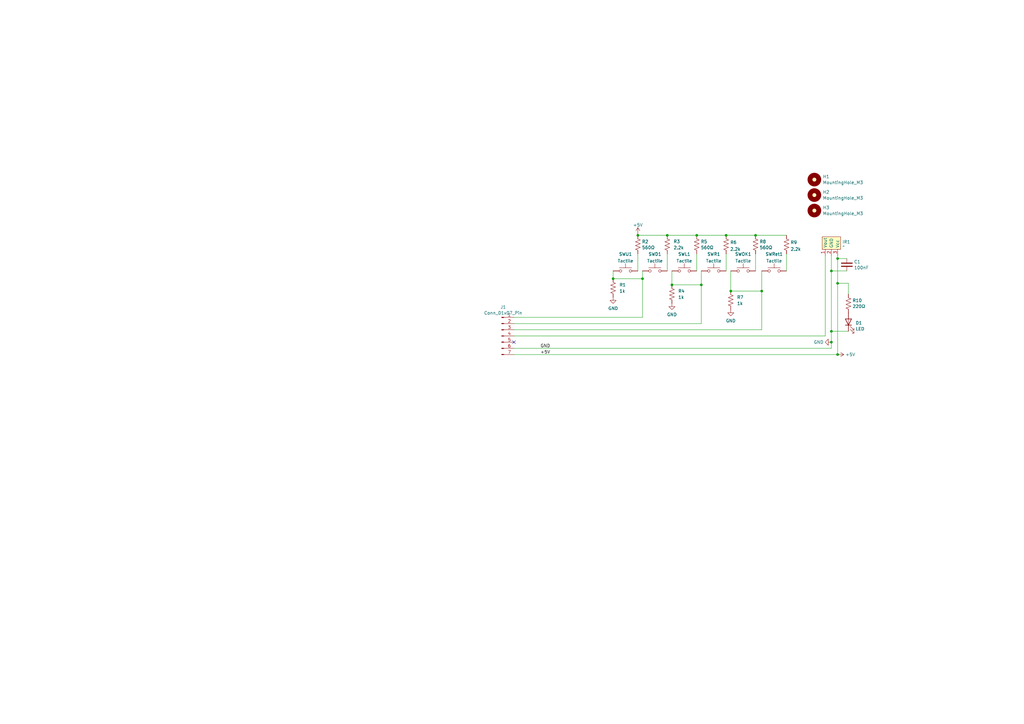
<source format=kicad_sch>
(kicad_sch
	(version 20231120)
	(generator "eeschema")
	(generator_version "8.0")
	(uuid "536d59c6-42d9-45e3-b839-fd9660082f92")
	(paper "A3")
	(lib_symbols
		(symbol "+5V_1"
			(power)
			(pin_names
				(offset 0)
			)
			(exclude_from_sim no)
			(in_bom yes)
			(on_board yes)
			(property "Reference" "#PWR"
				(at 0 -3.81 0)
				(effects
					(font
						(size 1.27 1.27)
					)
					(hide yes)
				)
			)
			(property "Value" "+5V_1"
				(at 0 3.556 0)
				(effects
					(font
						(size 1.27 1.27)
					)
				)
			)
			(property "Footprint" ""
				(at 0 0 0)
				(effects
					(font
						(size 1.27 1.27)
					)
					(hide yes)
				)
			)
			(property "Datasheet" ""
				(at 0 0 0)
				(effects
					(font
						(size 1.27 1.27)
					)
					(hide yes)
				)
			)
			(property "Description" "Power symbol creates a global label with name \"+5V\""
				(at 0 0 0)
				(effects
					(font
						(size 1.27 1.27)
					)
					(hide yes)
				)
			)
			(property "ki_keywords" "power-flag"
				(at 0 0 0)
				(effects
					(font
						(size 1.27 1.27)
					)
					(hide yes)
				)
			)
			(symbol "+5V_1_0_1"
				(polyline
					(pts
						(xy -0.762 1.27) (xy 0 2.54)
					)
					(stroke
						(width 0)
						(type default)
					)
					(fill
						(type none)
					)
				)
				(polyline
					(pts
						(xy 0 0) (xy 0 2.54)
					)
					(stroke
						(width 0)
						(type default)
					)
					(fill
						(type none)
					)
				)
				(polyline
					(pts
						(xy 0 2.54) (xy 0.762 1.27)
					)
					(stroke
						(width 0)
						(type default)
					)
					(fill
						(type none)
					)
				)
			)
			(symbol "+5V_1_1_1"
				(pin power_in line
					(at 0 0 90)
					(length 0) hide
					(name "+5V"
						(effects
							(font
								(size 1.27 1.27)
							)
						)
					)
					(number "1"
						(effects
							(font
								(size 1.27 1.27)
							)
						)
					)
				)
			)
		)
		(symbol "+5V_2"
			(power)
			(pin_numbers hide)
			(pin_names
				(offset 0) hide)
			(exclude_from_sim no)
			(in_bom yes)
			(on_board yes)
			(property "Reference" "#PWR"
				(at 0 -3.81 0)
				(effects
					(font
						(size 1.27 1.27)
					)
					(hide yes)
				)
			)
			(property "Value" "+5V"
				(at 0 3.556 0)
				(effects
					(font
						(size 1.27 1.27)
					)
				)
			)
			(property "Footprint" ""
				(at 0 0 0)
				(effects
					(font
						(size 1.27 1.27)
					)
					(hide yes)
				)
			)
			(property "Datasheet" ""
				(at 0 0 0)
				(effects
					(font
						(size 1.27 1.27)
					)
					(hide yes)
				)
			)
			(property "Description" "Power symbol creates a global label with name \"+5V\""
				(at 0 0 0)
				(effects
					(font
						(size 1.27 1.27)
					)
					(hide yes)
				)
			)
			(property "ki_keywords" "global power"
				(at 0 0 0)
				(effects
					(font
						(size 1.27 1.27)
					)
					(hide yes)
				)
			)
			(symbol "+5V_2_0_1"
				(polyline
					(pts
						(xy -0.762 1.27) (xy 0 2.54)
					)
					(stroke
						(width 0)
						(type default)
					)
					(fill
						(type none)
					)
				)
				(polyline
					(pts
						(xy 0 0) (xy 0 2.54)
					)
					(stroke
						(width 0)
						(type default)
					)
					(fill
						(type none)
					)
				)
				(polyline
					(pts
						(xy 0 2.54) (xy 0.762 1.27)
					)
					(stroke
						(width 0)
						(type default)
					)
					(fill
						(type none)
					)
				)
			)
			(symbol "+5V_2_1_1"
				(pin power_in line
					(at 0 0 90)
					(length 0)
					(name "~"
						(effects
							(font
								(size 1.27 1.27)
							)
						)
					)
					(number "1"
						(effects
							(font
								(size 1.27 1.27)
							)
						)
					)
				)
			)
		)
		(symbol "CheshBits:BRM15S8-11"
			(exclude_from_sim no)
			(in_bom yes)
			(on_board yes)
			(property "Reference" "IR"
				(at 0 0 0)
				(effects
					(font
						(size 1.27 1.27)
					)
				)
			)
			(property "Value" ""
				(at 0 0 0)
				(effects
					(font
						(size 1.27 1.27)
					)
				)
			)
			(property "Footprint" ""
				(at 0 0 0)
				(effects
					(font
						(size 1.27 1.27)
					)
					(hide yes)
				)
			)
			(property "Datasheet" ""
				(at 0 0 0)
				(effects
					(font
						(size 1.27 1.27)
					)
					(hide yes)
				)
			)
			(property "Description" ""
				(at 0 0 0)
				(effects
					(font
						(size 1.27 1.27)
					)
					(hide yes)
				)
			)
			(symbol "BRM15S8-11_1_1"
				(rectangle
					(start -3.81 -1.27)
					(end 3.81 -6.35)
					(stroke
						(width 0)
						(type default)
					)
					(fill
						(type background)
					)
				)
				(pin output line
					(at -2.54 -8.89 90)
					(length 2.54)
					(name "Vout"
						(effects
							(font
								(size 1.27 1.27)
							)
						)
					)
					(number "1"
						(effects
							(font
								(size 1.27 1.27)
							)
						)
					)
				)
				(pin power_in line
					(at 0 -8.89 90)
					(length 2.54)
					(name "GND"
						(effects
							(font
								(size 1.27 1.27)
							)
						)
					)
					(number "2"
						(effects
							(font
								(size 1.27 1.27)
							)
						)
					)
				)
				(pin power_in line
					(at 2.54 -8.89 90)
					(length 2.54)
					(name "Vcc"
						(effects
							(font
								(size 1.27 1.27)
							)
						)
					)
					(number "3"
						(effects
							(font
								(size 1.27 1.27)
							)
						)
					)
				)
			)
		)
		(symbol "Connector:Conn_01x07_Pin"
			(pin_names
				(offset 1.016) hide)
			(exclude_from_sim no)
			(in_bom yes)
			(on_board yes)
			(property "Reference" "J"
				(at 0 10.16 0)
				(effects
					(font
						(size 1.27 1.27)
					)
				)
			)
			(property "Value" "Conn_01x07_Pin"
				(at 0 -10.16 0)
				(effects
					(font
						(size 1.27 1.27)
					)
				)
			)
			(property "Footprint" ""
				(at 0 0 0)
				(effects
					(font
						(size 1.27 1.27)
					)
					(hide yes)
				)
			)
			(property "Datasheet" "~"
				(at 0 0 0)
				(effects
					(font
						(size 1.27 1.27)
					)
					(hide yes)
				)
			)
			(property "Description" "Generic connector, single row, 01x07, script generated"
				(at 0 0 0)
				(effects
					(font
						(size 1.27 1.27)
					)
					(hide yes)
				)
			)
			(property "ki_locked" ""
				(at 0 0 0)
				(effects
					(font
						(size 1.27 1.27)
					)
				)
			)
			(property "ki_keywords" "connector"
				(at 0 0 0)
				(effects
					(font
						(size 1.27 1.27)
					)
					(hide yes)
				)
			)
			(property "ki_fp_filters" "Connector*:*_1x??_*"
				(at 0 0 0)
				(effects
					(font
						(size 1.27 1.27)
					)
					(hide yes)
				)
			)
			(symbol "Conn_01x07_Pin_1_1"
				(polyline
					(pts
						(xy 1.27 -7.62) (xy 0.8636 -7.62)
					)
					(stroke
						(width 0.1524)
						(type default)
					)
					(fill
						(type none)
					)
				)
				(polyline
					(pts
						(xy 1.27 -5.08) (xy 0.8636 -5.08)
					)
					(stroke
						(width 0.1524)
						(type default)
					)
					(fill
						(type none)
					)
				)
				(polyline
					(pts
						(xy 1.27 -2.54) (xy 0.8636 -2.54)
					)
					(stroke
						(width 0.1524)
						(type default)
					)
					(fill
						(type none)
					)
				)
				(polyline
					(pts
						(xy 1.27 0) (xy 0.8636 0)
					)
					(stroke
						(width 0.1524)
						(type default)
					)
					(fill
						(type none)
					)
				)
				(polyline
					(pts
						(xy 1.27 2.54) (xy 0.8636 2.54)
					)
					(stroke
						(width 0.1524)
						(type default)
					)
					(fill
						(type none)
					)
				)
				(polyline
					(pts
						(xy 1.27 5.08) (xy 0.8636 5.08)
					)
					(stroke
						(width 0.1524)
						(type default)
					)
					(fill
						(type none)
					)
				)
				(polyline
					(pts
						(xy 1.27 7.62) (xy 0.8636 7.62)
					)
					(stroke
						(width 0.1524)
						(type default)
					)
					(fill
						(type none)
					)
				)
				(rectangle
					(start 0.8636 -7.493)
					(end 0 -7.747)
					(stroke
						(width 0.1524)
						(type default)
					)
					(fill
						(type outline)
					)
				)
				(rectangle
					(start 0.8636 -4.953)
					(end 0 -5.207)
					(stroke
						(width 0.1524)
						(type default)
					)
					(fill
						(type outline)
					)
				)
				(rectangle
					(start 0.8636 -2.413)
					(end 0 -2.667)
					(stroke
						(width 0.1524)
						(type default)
					)
					(fill
						(type outline)
					)
				)
				(rectangle
					(start 0.8636 0.127)
					(end 0 -0.127)
					(stroke
						(width 0.1524)
						(type default)
					)
					(fill
						(type outline)
					)
				)
				(rectangle
					(start 0.8636 2.667)
					(end 0 2.413)
					(stroke
						(width 0.1524)
						(type default)
					)
					(fill
						(type outline)
					)
				)
				(rectangle
					(start 0.8636 5.207)
					(end 0 4.953)
					(stroke
						(width 0.1524)
						(type default)
					)
					(fill
						(type outline)
					)
				)
				(rectangle
					(start 0.8636 7.747)
					(end 0 7.493)
					(stroke
						(width 0.1524)
						(type default)
					)
					(fill
						(type outline)
					)
				)
				(pin passive line
					(at 5.08 7.62 180)
					(length 3.81)
					(name "Pin_1"
						(effects
							(font
								(size 1.27 1.27)
							)
						)
					)
					(number "1"
						(effects
							(font
								(size 1.27 1.27)
							)
						)
					)
				)
				(pin passive line
					(at 5.08 5.08 180)
					(length 3.81)
					(name "Pin_2"
						(effects
							(font
								(size 1.27 1.27)
							)
						)
					)
					(number "2"
						(effects
							(font
								(size 1.27 1.27)
							)
						)
					)
				)
				(pin passive line
					(at 5.08 2.54 180)
					(length 3.81)
					(name "Pin_3"
						(effects
							(font
								(size 1.27 1.27)
							)
						)
					)
					(number "3"
						(effects
							(font
								(size 1.27 1.27)
							)
						)
					)
				)
				(pin passive line
					(at 5.08 0 180)
					(length 3.81)
					(name "Pin_4"
						(effects
							(font
								(size 1.27 1.27)
							)
						)
					)
					(number "4"
						(effects
							(font
								(size 1.27 1.27)
							)
						)
					)
				)
				(pin passive line
					(at 5.08 -2.54 180)
					(length 3.81)
					(name "Pin_5"
						(effects
							(font
								(size 1.27 1.27)
							)
						)
					)
					(number "5"
						(effects
							(font
								(size 1.27 1.27)
							)
						)
					)
				)
				(pin passive line
					(at 5.08 -5.08 180)
					(length 3.81)
					(name "Pin_6"
						(effects
							(font
								(size 1.27 1.27)
							)
						)
					)
					(number "6"
						(effects
							(font
								(size 1.27 1.27)
							)
						)
					)
				)
				(pin passive line
					(at 5.08 -7.62 180)
					(length 3.81)
					(name "Pin_7"
						(effects
							(font
								(size 1.27 1.27)
							)
						)
					)
					(number "7"
						(effects
							(font
								(size 1.27 1.27)
							)
						)
					)
				)
			)
		)
		(symbol "Device:LED"
			(pin_numbers hide)
			(pin_names
				(offset 1.016) hide)
			(exclude_from_sim no)
			(in_bom yes)
			(on_board yes)
			(property "Reference" "D"
				(at 0 2.54 0)
				(effects
					(font
						(size 1.27 1.27)
					)
				)
			)
			(property "Value" "LED"
				(at 0 -2.54 0)
				(effects
					(font
						(size 1.27 1.27)
					)
				)
			)
			(property "Footprint" ""
				(at 0 0 0)
				(effects
					(font
						(size 1.27 1.27)
					)
					(hide yes)
				)
			)
			(property "Datasheet" "~"
				(at 0 0 0)
				(effects
					(font
						(size 1.27 1.27)
					)
					(hide yes)
				)
			)
			(property "Description" "Light emitting diode"
				(at 0 0 0)
				(effects
					(font
						(size 1.27 1.27)
					)
					(hide yes)
				)
			)
			(property "ki_keywords" "LED diode"
				(at 0 0 0)
				(effects
					(font
						(size 1.27 1.27)
					)
					(hide yes)
				)
			)
			(property "ki_fp_filters" "LED* LED_SMD:* LED_THT:*"
				(at 0 0 0)
				(effects
					(font
						(size 1.27 1.27)
					)
					(hide yes)
				)
			)
			(symbol "LED_0_1"
				(polyline
					(pts
						(xy -1.27 -1.27) (xy -1.27 1.27)
					)
					(stroke
						(width 0.254)
						(type default)
					)
					(fill
						(type none)
					)
				)
				(polyline
					(pts
						(xy -1.27 0) (xy 1.27 0)
					)
					(stroke
						(width 0)
						(type default)
					)
					(fill
						(type none)
					)
				)
				(polyline
					(pts
						(xy 1.27 -1.27) (xy 1.27 1.27) (xy -1.27 0) (xy 1.27 -1.27)
					)
					(stroke
						(width 0.254)
						(type default)
					)
					(fill
						(type none)
					)
				)
				(polyline
					(pts
						(xy -3.048 -0.762) (xy -4.572 -2.286) (xy -3.81 -2.286) (xy -4.572 -2.286) (xy -4.572 -1.524)
					)
					(stroke
						(width 0)
						(type default)
					)
					(fill
						(type none)
					)
				)
				(polyline
					(pts
						(xy -1.778 -0.762) (xy -3.302 -2.286) (xy -2.54 -2.286) (xy -3.302 -2.286) (xy -3.302 -1.524)
					)
					(stroke
						(width 0)
						(type default)
					)
					(fill
						(type none)
					)
				)
			)
			(symbol "LED_1_1"
				(pin passive line
					(at -3.81 0 0)
					(length 2.54)
					(name "K"
						(effects
							(font
								(size 1.27 1.27)
							)
						)
					)
					(number "1"
						(effects
							(font
								(size 1.27 1.27)
							)
						)
					)
				)
				(pin passive line
					(at 3.81 0 180)
					(length 2.54)
					(name "A"
						(effects
							(font
								(size 1.27 1.27)
							)
						)
					)
					(number "2"
						(effects
							(font
								(size 1.27 1.27)
							)
						)
					)
				)
			)
		)
		(symbol "Device:R_US"
			(pin_numbers hide)
			(pin_names
				(offset 0)
			)
			(exclude_from_sim no)
			(in_bom yes)
			(on_board yes)
			(property "Reference" "R"
				(at 2.54 0 90)
				(effects
					(font
						(size 1.27 1.27)
					)
				)
			)
			(property "Value" "R_US"
				(at -2.54 0 90)
				(effects
					(font
						(size 1.27 1.27)
					)
				)
			)
			(property "Footprint" ""
				(at 1.016 -0.254 90)
				(effects
					(font
						(size 1.27 1.27)
					)
					(hide yes)
				)
			)
			(property "Datasheet" "~"
				(at 0 0 0)
				(effects
					(font
						(size 1.27 1.27)
					)
					(hide yes)
				)
			)
			(property "Description" "Resistor, US symbol"
				(at 0 0 0)
				(effects
					(font
						(size 1.27 1.27)
					)
					(hide yes)
				)
			)
			(property "ki_keywords" "R res resistor"
				(at 0 0 0)
				(effects
					(font
						(size 1.27 1.27)
					)
					(hide yes)
				)
			)
			(property "ki_fp_filters" "R_*"
				(at 0 0 0)
				(effects
					(font
						(size 1.27 1.27)
					)
					(hide yes)
				)
			)
			(symbol "R_US_0_1"
				(polyline
					(pts
						(xy 0 -2.286) (xy 0 -2.54)
					)
					(stroke
						(width 0)
						(type default)
					)
					(fill
						(type none)
					)
				)
				(polyline
					(pts
						(xy 0 2.286) (xy 0 2.54)
					)
					(stroke
						(width 0)
						(type default)
					)
					(fill
						(type none)
					)
				)
				(polyline
					(pts
						(xy 0 -0.762) (xy 1.016 -1.143) (xy 0 -1.524) (xy -1.016 -1.905) (xy 0 -2.286)
					)
					(stroke
						(width 0)
						(type default)
					)
					(fill
						(type none)
					)
				)
				(polyline
					(pts
						(xy 0 0.762) (xy 1.016 0.381) (xy 0 0) (xy -1.016 -0.381) (xy 0 -0.762)
					)
					(stroke
						(width 0)
						(type default)
					)
					(fill
						(type none)
					)
				)
				(polyline
					(pts
						(xy 0 2.286) (xy 1.016 1.905) (xy 0 1.524) (xy -1.016 1.143) (xy 0 0.762)
					)
					(stroke
						(width 0)
						(type default)
					)
					(fill
						(type none)
					)
				)
			)
			(symbol "R_US_1_1"
				(pin passive line
					(at 0 3.81 270)
					(length 1.27)
					(name "~"
						(effects
							(font
								(size 1.27 1.27)
							)
						)
					)
					(number "1"
						(effects
							(font
								(size 1.27 1.27)
							)
						)
					)
				)
				(pin passive line
					(at 0 -3.81 90)
					(length 1.27)
					(name "~"
						(effects
							(font
								(size 1.27 1.27)
							)
						)
					)
					(number "2"
						(effects
							(font
								(size 1.27 1.27)
							)
						)
					)
				)
			)
		)
		(symbol "GND_1"
			(power)
			(pin_names
				(offset 0)
			)
			(exclude_from_sim no)
			(in_bom yes)
			(on_board yes)
			(property "Reference" "#PWR"
				(at 0 -6.35 0)
				(effects
					(font
						(size 1.27 1.27)
					)
					(hide yes)
				)
			)
			(property "Value" "GND_1"
				(at 0 -3.81 0)
				(effects
					(font
						(size 1.27 1.27)
					)
				)
			)
			(property "Footprint" ""
				(at 0 0 0)
				(effects
					(font
						(size 1.27 1.27)
					)
					(hide yes)
				)
			)
			(property "Datasheet" ""
				(at 0 0 0)
				(effects
					(font
						(size 1.27 1.27)
					)
					(hide yes)
				)
			)
			(property "Description" "Power symbol creates a global label with name \"GND\" , ground"
				(at 0 0 0)
				(effects
					(font
						(size 1.27 1.27)
					)
					(hide yes)
				)
			)
			(property "ki_keywords" "power-flag"
				(at 0 0 0)
				(effects
					(font
						(size 1.27 1.27)
					)
					(hide yes)
				)
			)
			(symbol "GND_1_0_1"
				(polyline
					(pts
						(xy 0 0) (xy 0 -1.27) (xy 1.27 -1.27) (xy 0 -2.54) (xy -1.27 -1.27) (xy 0 -1.27)
					)
					(stroke
						(width 0)
						(type default)
					)
					(fill
						(type none)
					)
				)
			)
			(symbol "GND_1_1_1"
				(pin power_in line
					(at 0 0 270)
					(length 0) hide
					(name "GND"
						(effects
							(font
								(size 1.27 1.27)
							)
						)
					)
					(number "1"
						(effects
							(font
								(size 1.27 1.27)
							)
						)
					)
				)
			)
		)
		(symbol "GND_2"
			(power)
			(pin_numbers hide)
			(pin_names
				(offset 0) hide)
			(exclude_from_sim no)
			(in_bom yes)
			(on_board yes)
			(property "Reference" "#PWR"
				(at 0 -6.35 0)
				(effects
					(font
						(size 1.27 1.27)
					)
					(hide yes)
				)
			)
			(property "Value" "GND"
				(at 0 -3.81 0)
				(effects
					(font
						(size 1.27 1.27)
					)
				)
			)
			(property "Footprint" ""
				(at 0 0 0)
				(effects
					(font
						(size 1.27 1.27)
					)
					(hide yes)
				)
			)
			(property "Datasheet" ""
				(at 0 0 0)
				(effects
					(font
						(size 1.27 1.27)
					)
					(hide yes)
				)
			)
			(property "Description" "Power symbol creates a global label with name \"GND\" , ground"
				(at 0 0 0)
				(effects
					(font
						(size 1.27 1.27)
					)
					(hide yes)
				)
			)
			(property "ki_keywords" "global power"
				(at 0 0 0)
				(effects
					(font
						(size 1.27 1.27)
					)
					(hide yes)
				)
			)
			(symbol "GND_2_0_1"
				(polyline
					(pts
						(xy 0 0) (xy 0 -1.27) (xy 1.27 -1.27) (xy 0 -2.54) (xy -1.27 -1.27) (xy 0 -1.27)
					)
					(stroke
						(width 0)
						(type default)
					)
					(fill
						(type none)
					)
				)
			)
			(symbol "GND_2_1_1"
				(pin power_in line
					(at 0 0 270)
					(length 0)
					(name "~"
						(effects
							(font
								(size 1.27 1.27)
							)
						)
					)
					(number "1"
						(effects
							(font
								(size 1.27 1.27)
							)
						)
					)
				)
			)
		)
		(symbol "PCM_SL_Devices:Capacitor_NP"
			(exclude_from_sim no)
			(in_bom yes)
			(on_board yes)
			(property "Reference" "C"
				(at 0 6.35 0)
				(effects
					(font
						(size 1.27 1.27)
					)
				)
			)
			(property "Value" "Capacitor_NP"
				(at 0 3.81 0)
				(effects
					(font
						(size 1.27 1.27)
					)
				)
			)
			(property "Footprint" "Capacitor_THT:C_Disc_D3.0mm_W2.0mm_P2.50mm"
				(at 0 -3.81 0)
				(effects
					(font
						(size 1.27 1.27)
					)
					(hide yes)
				)
			)
			(property "Datasheet" ""
				(at 0 0 0)
				(effects
					(font
						(size 1.27 1.27)
					)
					(hide yes)
				)
			)
			(property "Description" "Unpolarized Capacitor"
				(at 0 0 0)
				(effects
					(font
						(size 1.27 1.27)
					)
					(hide yes)
				)
			)
			(property "ki_keywords" "Capacitor"
				(at 0 0 0)
				(effects
					(font
						(size 1.27 1.27)
					)
					(hide yes)
				)
			)
			(property "ki_fp_filters" "Capacitor_THT:C_Rect_L7.0mm_W3.5mm_P5.00mm Capacitor_THT:C_Rect_L7.0mm_W4.5mm_P5.00mm Capacitor_THT:C_Rect_L29.0mm_W7.6mm_P27.50mm_MKT Capacitor_THT:C_Rect_L24.0mm_W7.0mm_P22.50mm_MKT Capacitor_THT:C_Rect_L11.5mm_W5.0mm_P10.00mm_MKT Capacitor_THT:C_Rect_L9.0mm_W3.6mm_P7.50mm_MKT"
				(at 0 0 0)
				(effects
					(font
						(size 1.27 1.27)
					)
					(hide yes)
				)
			)
			(symbol "Capacitor_NP_0_1"
				(rectangle
					(start -0.762 2.286)
					(end -0.508 -2.286)
					(stroke
						(width 0)
						(type default)
					)
					(fill
						(type outline)
					)
				)
				(rectangle
					(start 0.508 2.286)
					(end 0.762 -2.286)
					(stroke
						(width 0)
						(type default)
					)
					(fill
						(type outline)
					)
				)
			)
			(symbol "Capacitor_NP_1_1"
				(pin passive line
					(at -2.54 0 0)
					(length 2)
					(name "~"
						(effects
							(font
								(size 0 0)
							)
						)
					)
					(number "1"
						(effects
							(font
								(size 0 0)
							)
						)
					)
				)
				(pin input line
					(at 2.54 0 180)
					(length 2)
					(name "~"
						(effects
							(font
								(size 0 0)
							)
						)
					)
					(number "2"
						(effects
							(font
								(size 0 0)
							)
						)
					)
				)
			)
		)
		(symbol "PCM_SL_Mechanical:MountingHole_M3"
			(exclude_from_sim no)
			(in_bom yes)
			(on_board yes)
			(property "Reference" "H"
				(at 0 7.62 0)
				(effects
					(font
						(size 1.27 1.27)
					)
				)
			)
			(property "Value" "MountingHole_M3"
				(at 0 5.08 0)
				(effects
					(font
						(size 1.27 1.27)
					)
				)
			)
			(property "Footprint" "MountingHole:MountingHole_3.2mm_M3"
				(at 0 -3.81 0)
				(effects
					(font
						(size 1.27 1.27)
					)
					(hide yes)
				)
			)
			(property "Datasheet" ""
				(at 0 0 0)
				(effects
					(font
						(size 1.27 1.27)
					)
					(hide yes)
				)
			)
			(property "Description" "3.2mm Diameter Mounting Hole (M3)"
				(at 0 0 0)
				(effects
					(font
						(size 1.27 1.27)
					)
					(hide yes)
				)
			)
			(property "ki_keywords" "Mounting Hole"
				(at 0 0 0)
				(effects
					(font
						(size 1.27 1.27)
					)
					(hide yes)
				)
			)
			(symbol "MountingHole_M3_0_1"
				(circle
					(center 0 0)
					(radius 1.27)
					(stroke
						(width 0)
						(type default)
					)
					(fill
						(type background)
					)
				)
				(circle
					(center 0 0)
					(radius 1.7961)
					(stroke
						(width 2)
						(type default)
					)
					(fill
						(type none)
					)
				)
			)
		)
		(symbol "Switch:SW_MEC_5G"
			(pin_numbers hide)
			(pin_names
				(offset 1.016) hide)
			(exclude_from_sim no)
			(in_bom yes)
			(on_board yes)
			(property "Reference" "SW"
				(at 1.27 2.54 0)
				(effects
					(font
						(size 1.27 1.27)
					)
					(justify left)
				)
			)
			(property "Value" "SW_MEC_5G"
				(at 0 -1.524 0)
				(effects
					(font
						(size 1.27 1.27)
					)
				)
			)
			(property "Footprint" ""
				(at 0 5.08 0)
				(effects
					(font
						(size 1.27 1.27)
					)
					(hide yes)
				)
			)
			(property "Datasheet" "http://www.apem.com/int/index.php?controller=attachment&id_attachment=488"
				(at 0 5.08 0)
				(effects
					(font
						(size 1.27 1.27)
					)
					(hide yes)
				)
			)
			(property "Description" "MEC 5G single pole normally-open tactile switch"
				(at 0 0 0)
				(effects
					(font
						(size 1.27 1.27)
					)
					(hide yes)
				)
			)
			(property "ki_keywords" "switch normally-open pushbutton push-button"
				(at 0 0 0)
				(effects
					(font
						(size 1.27 1.27)
					)
					(hide yes)
				)
			)
			(property "ki_fp_filters" "SW*MEC*5G*"
				(at 0 0 0)
				(effects
					(font
						(size 1.27 1.27)
					)
					(hide yes)
				)
			)
			(symbol "SW_MEC_5G_0_1"
				(circle
					(center -2.032 0)
					(radius 0.508)
					(stroke
						(width 0)
						(type default)
					)
					(fill
						(type none)
					)
				)
				(polyline
					(pts
						(xy 0 1.27) (xy 0 3.048)
					)
					(stroke
						(width 0)
						(type default)
					)
					(fill
						(type none)
					)
				)
				(polyline
					(pts
						(xy 2.54 1.27) (xy -2.54 1.27)
					)
					(stroke
						(width 0)
						(type default)
					)
					(fill
						(type none)
					)
				)
				(circle
					(center 2.032 0)
					(radius 0.508)
					(stroke
						(width 0)
						(type default)
					)
					(fill
						(type none)
					)
				)
				(pin passive line
					(at -5.08 0 0)
					(length 2.54)
					(name "A"
						(effects
							(font
								(size 1.27 1.27)
							)
						)
					)
					(number "1"
						(effects
							(font
								(size 1.27 1.27)
							)
						)
					)
				)
				(pin passive line
					(at 5.08 0 180)
					(length 2.54)
					(name "B"
						(effects
							(font
								(size 1.27 1.27)
							)
						)
					)
					(number "3"
						(effects
							(font
								(size 1.27 1.27)
							)
						)
					)
				)
			)
			(symbol "SW_MEC_5G_1_1"
				(pin passive line
					(at -5.08 0 0)
					(length 2.54) hide
					(name "A"
						(effects
							(font
								(size 1.27 1.27)
							)
						)
					)
					(number "2"
						(effects
							(font
								(size 1.27 1.27)
							)
						)
					)
				)
				(pin passive line
					(at 5.08 0 180)
					(length 2.54) hide
					(name "B"
						(effects
							(font
								(size 1.27 1.27)
							)
						)
					)
					(number "4"
						(effects
							(font
								(size 1.27 1.27)
							)
						)
					)
				)
			)
		)
	)
	(junction
		(at 340.995 111.125)
		(diameter 0)
		(color 0 0 0 0)
		(uuid "15696072-7245-4b49-ae84-31f7875472d3")
	)
	(junction
		(at 275.59 116.84)
		(diameter 0)
		(color 0 0 0 0)
		(uuid "2231ad1f-82f1-47c4-9fe3-9dedc68423cd")
	)
	(junction
		(at 285.75 96.52)
		(diameter 0)
		(color 0 0 0 0)
		(uuid "25745b6d-0f0a-4896-9d31-7d8db4e95f87")
	)
	(junction
		(at 251.46 114.3)
		(diameter 0)
		(color 0 0 0 0)
		(uuid "3636ec7b-066a-47b8-bb24-b649e2c9d0ac")
	)
	(junction
		(at 273.685 96.52)
		(diameter 0)
		(color 0 0 0 0)
		(uuid "3c2e0626-051a-4fd8-b603-f3cb2a3669be")
	)
	(junction
		(at 340.995 135.89)
		(diameter 0)
		(color 0 0 0 0)
		(uuid "4fac1659-f68e-4111-8d6e-e6cd4ea5b25c")
	)
	(junction
		(at 299.72 119.38)
		(diameter 0)
		(color 0 0 0 0)
		(uuid "5e4d69d5-0f75-4114-ae9c-0cf2ff6775a4")
	)
	(junction
		(at 261.62 96.52)
		(diameter 0)
		(color 0 0 0 0)
		(uuid "638f58a1-272a-4a17-9ea2-c8dad87f3e24")
	)
	(junction
		(at 340.995 140.335)
		(diameter 0)
		(color 0 0 0 0)
		(uuid "78ff7bda-f6da-45a6-b3e2-d6e7ef0d93ab")
	)
	(junction
		(at 297.815 96.52)
		(diameter 0)
		(color 0 0 0 0)
		(uuid "7be14d99-66f8-4e1c-8827-74ca95029a34")
	)
	(junction
		(at 343.535 106.045)
		(diameter 0)
		(color 0 0 0 0)
		(uuid "7ee6d3b7-6480-4cf2-b842-ba10a2b3d8ea")
	)
	(junction
		(at 309.88 96.52)
		(diameter 0)
		(color 0 0 0 0)
		(uuid "7f8415b8-3a50-42a8-90e4-795a448358e7")
	)
	(junction
		(at 343.535 145.415)
		(diameter 0)
		(color 0 0 0 0)
		(uuid "8294f611-f006-4286-9712-5bc3028e2925")
	)
	(junction
		(at 263.525 114.3)
		(diameter 0)
		(color 0 0 0 0)
		(uuid "9aa0ef9f-7f07-48a0-a7a8-bd3cd4f36686")
	)
	(junction
		(at 287.655 116.84)
		(diameter 0)
		(color 0 0 0 0)
		(uuid "b4b5eced-28dd-49cf-9471-e8ef4d80b7a2")
	)
	(junction
		(at 312.42 119.38)
		(diameter 0)
		(color 0 0 0 0)
		(uuid "cc3874ec-44a4-4242-853f-f6b2aa421013")
	)
	(junction
		(at 343.535 116.205)
		(diameter 0)
		(color 0 0 0 0)
		(uuid "e044bb77-2f7f-42a3-9267-ef26f1683be6")
	)
	(no_connect
		(at 210.82 140.335)
		(uuid "c1806552-34d3-4ea7-96ac-218e788ad2a7")
	)
	(wire
		(pts
			(xy 309.88 96.52) (xy 322.58 96.52)
		)
		(stroke
			(width 0)
			(type default)
		)
		(uuid "11be5c71-9d03-4e12-bc16-a92ee868264a")
	)
	(wire
		(pts
			(xy 275.59 116.84) (xy 287.655 116.84)
		)
		(stroke
			(width 0)
			(type default)
		)
		(uuid "2c174487-f90f-4b58-807d-4e9485bec026")
	)
	(wire
		(pts
			(xy 312.42 135.255) (xy 312.42 119.38)
		)
		(stroke
			(width 0)
			(type default)
		)
		(uuid "2db3e182-fd7d-4b45-98c2-ba040114f47c")
	)
	(wire
		(pts
			(xy 322.58 104.14) (xy 322.58 111.125)
		)
		(stroke
			(width 0)
			(type default)
		)
		(uuid "31fbc340-b9ef-4f14-b1f1-ab1f50ebb2a3")
	)
	(wire
		(pts
			(xy 340.995 140.335) (xy 340.995 142.875)
		)
		(stroke
			(width 0)
			(type default)
		)
		(uuid "39e56016-df0f-4da2-8662-bb0bcd921205")
	)
	(wire
		(pts
			(xy 261.62 96.52) (xy 273.685 96.52)
		)
		(stroke
			(width 0)
			(type default)
		)
		(uuid "3a2b98b5-9082-4d44-b28f-0e81c36f3057")
	)
	(wire
		(pts
			(xy 299.72 119.38) (xy 299.72 111.125)
		)
		(stroke
			(width 0)
			(type default)
		)
		(uuid "41e8cebe-34fe-4bab-b0dc-be1156a13e9f")
	)
	(wire
		(pts
			(xy 340.995 135.89) (xy 340.995 111.125)
		)
		(stroke
			(width 0)
			(type default)
		)
		(uuid "489fef38-96db-4410-9d8c-5de742eb43e8")
	)
	(wire
		(pts
			(xy 251.46 114.3) (xy 251.46 111.125)
		)
		(stroke
			(width 0)
			(type default)
		)
		(uuid "574a860e-8df2-42b4-9f60-0fce31739016")
	)
	(wire
		(pts
			(xy 285.75 96.52) (xy 297.815 96.52)
		)
		(stroke
			(width 0)
			(type default)
		)
		(uuid "6263e872-817d-46cc-a464-420f59be541c")
	)
	(wire
		(pts
			(xy 297.815 96.52) (xy 309.88 96.52)
		)
		(stroke
			(width 0)
			(type default)
		)
		(uuid "6ac90177-150c-459f-8ecf-1770fd8300ec")
	)
	(wire
		(pts
			(xy 210.82 137.795) (xy 338.455 137.795)
		)
		(stroke
			(width 0)
			(type default)
		)
		(uuid "6ed7953c-8bfa-470c-b05c-45cceb85685f")
	)
	(wire
		(pts
			(xy 340.995 140.335) (xy 340.995 135.89)
		)
		(stroke
			(width 0)
			(type default)
		)
		(uuid "6f6c96d9-b8a8-43df-a2ea-6acba733f103")
	)
	(wire
		(pts
			(xy 285.75 104.14) (xy 285.75 111.125)
		)
		(stroke
			(width 0)
			(type default)
		)
		(uuid "71a38708-d666-4221-a705-bf95924edca3")
	)
	(wire
		(pts
			(xy 263.525 114.3) (xy 263.525 111.125)
		)
		(stroke
			(width 0)
			(type default)
		)
		(uuid "71c04f95-2861-4e9b-8c3e-c5d88c2915db")
	)
	(wire
		(pts
			(xy 297.815 104.14) (xy 297.815 111.125)
		)
		(stroke
			(width 0)
			(type default)
		)
		(uuid "75e659ab-1a04-408d-b184-40cb23859d64")
	)
	(wire
		(pts
			(xy 343.535 104.775) (xy 343.535 106.045)
		)
		(stroke
			(width 0)
			(type default)
		)
		(uuid "76a014d9-c6da-4e52-ac48-caf7092fb0b4")
	)
	(wire
		(pts
			(xy 347.98 120.65) (xy 347.98 116.205)
		)
		(stroke
			(width 0)
			(type default)
		)
		(uuid "80c0566f-11f6-4822-bfca-6cab89672931")
	)
	(wire
		(pts
			(xy 210.82 135.255) (xy 312.42 135.255)
		)
		(stroke
			(width 0)
			(type default)
		)
		(uuid "8c1015b0-64d8-4745-ad15-b9bdba3c2150")
	)
	(wire
		(pts
			(xy 340.995 104.775) (xy 340.995 111.125)
		)
		(stroke
			(width 0)
			(type default)
		)
		(uuid "918a3c57-e29a-4ab7-b445-74f5e8beee65")
	)
	(wire
		(pts
			(xy 263.525 130.175) (xy 263.525 114.3)
		)
		(stroke
			(width 0)
			(type default)
		)
		(uuid "99b1dbe4-88b7-413a-876e-3fd2e419f1bb")
	)
	(wire
		(pts
			(xy 299.72 119.38) (xy 312.42 119.38)
		)
		(stroke
			(width 0)
			(type default)
		)
		(uuid "a2bd0b76-b544-4987-8340-e35d9f802e34")
	)
	(wire
		(pts
			(xy 338.455 137.795) (xy 338.455 104.775)
		)
		(stroke
			(width 0)
			(type default)
		)
		(uuid "a470fd37-87e9-4c20-85b0-3c6075a6de07")
	)
	(wire
		(pts
			(xy 340.995 111.125) (xy 347.345 111.125)
		)
		(stroke
			(width 0)
			(type default)
		)
		(uuid "a8d44200-9fab-4786-9c93-57cc11f8fb80")
	)
	(wire
		(pts
			(xy 210.82 142.875) (xy 340.995 142.875)
		)
		(stroke
			(width 0)
			(type default)
		)
		(uuid "af6725b3-fab8-4b5c-a485-ba1c93826bab")
	)
	(wire
		(pts
			(xy 273.685 96.52) (xy 285.75 96.52)
		)
		(stroke
			(width 0)
			(type default)
		)
		(uuid "af756cd0-8565-45e2-9f39-b0e0deba8aec")
	)
	(wire
		(pts
			(xy 343.535 145.415) (xy 343.535 116.205)
		)
		(stroke
			(width 0)
			(type default)
		)
		(uuid "b80f9eda-8d4b-4f66-b1f4-523ffd62f2c6")
	)
	(wire
		(pts
			(xy 343.535 106.045) (xy 347.345 106.045)
		)
		(stroke
			(width 0)
			(type default)
		)
		(uuid "ba7b281e-5e72-4d9c-9581-4421ea8ccb2f")
	)
	(wire
		(pts
			(xy 309.88 104.14) (xy 309.88 111.125)
		)
		(stroke
			(width 0)
			(type default)
		)
		(uuid "c0c17ce2-7892-49e2-8c41-f0390a93ba51")
	)
	(wire
		(pts
			(xy 210.82 130.175) (xy 263.525 130.175)
		)
		(stroke
			(width 0)
			(type default)
		)
		(uuid "c4f4f22b-1bf3-4460-b3f8-8d15d4eb29ee")
	)
	(wire
		(pts
			(xy 287.655 132.715) (xy 287.655 116.84)
		)
		(stroke
			(width 0)
			(type default)
		)
		(uuid "c56f3f44-8201-4f0a-bec4-88182ee5c393")
	)
	(wire
		(pts
			(xy 312.42 119.38) (xy 312.42 111.125)
		)
		(stroke
			(width 0)
			(type default)
		)
		(uuid "c781b299-2a84-4a20-a224-0785f617ea9c")
	)
	(wire
		(pts
			(xy 340.995 135.89) (xy 347.98 135.89)
		)
		(stroke
			(width 0)
			(type default)
		)
		(uuid "c9a05c84-22c7-4567-a01d-b38a3a1dd7ac")
	)
	(wire
		(pts
			(xy 251.46 114.3) (xy 263.525 114.3)
		)
		(stroke
			(width 0)
			(type default)
		)
		(uuid "cc0b9f7a-178f-4c7a-a9ab-97148cd9a0ab")
	)
	(wire
		(pts
			(xy 287.655 116.84) (xy 287.655 111.125)
		)
		(stroke
			(width 0)
			(type default)
		)
		(uuid "cef492fa-5571-4af0-91d6-0cd5247350cc")
	)
	(wire
		(pts
			(xy 343.535 116.205) (xy 343.535 106.045)
		)
		(stroke
			(width 0)
			(type default)
		)
		(uuid "d242077d-3cdc-4a5b-93b1-e12c4ea1cad4")
	)
	(wire
		(pts
			(xy 347.98 116.205) (xy 343.535 116.205)
		)
		(stroke
			(width 0)
			(type default)
		)
		(uuid "d3f68c59-cd7f-4d8e-8eaf-c01c5650ed3b")
	)
	(wire
		(pts
			(xy 261.62 104.14) (xy 261.62 111.125)
		)
		(stroke
			(width 0)
			(type default)
		)
		(uuid "e6396f6c-65e7-4c37-9e18-a0909bd2e8d0")
	)
	(wire
		(pts
			(xy 273.685 104.14) (xy 273.685 111.125)
		)
		(stroke
			(width 0)
			(type default)
		)
		(uuid "e6a853fb-9c0c-4815-a39a-ccf807dcaacc")
	)
	(wire
		(pts
			(xy 210.82 132.715) (xy 287.655 132.715)
		)
		(stroke
			(width 0)
			(type default)
		)
		(uuid "ef94b40f-e131-461b-b9f8-f8c3f257c828")
	)
	(wire
		(pts
			(xy 275.59 116.84) (xy 275.59 111.125)
		)
		(stroke
			(width 0)
			(type default)
		)
		(uuid "f5b7ccdc-9ee2-4c73-9ede-2dce371d60a3")
	)
	(wire
		(pts
			(xy 261.62 95.885) (xy 261.62 96.52)
		)
		(stroke
			(width 0)
			(type default)
		)
		(uuid "f9e5ca58-c3c9-4fb8-b5a1-2683ef230246")
	)
	(wire
		(pts
			(xy 210.82 145.415) (xy 343.535 145.415)
		)
		(stroke
			(width 0)
			(type default)
		)
		(uuid "fbd0cb66-e238-4a77-8d94-495090a4b0bf")
	)
	(label "+5V"
		(at 221.615 145.415 0)
		(fields_autoplaced yes)
		(effects
			(font
				(size 1.27 1.27)
			)
			(justify left bottom)
		)
		(uuid "75e4dcec-3dad-4ab5-91f4-5d611b51bb07")
	)
	(label "GND"
		(at 221.615 142.875 0)
		(fields_autoplaced yes)
		(effects
			(font
				(size 1.27 1.27)
			)
			(justify left bottom)
		)
		(uuid "d183b43d-48d1-4d0b-9a6a-3b6e7410829a")
	)
	(symbol
		(lib_id "Device:R_US")
		(at 251.46 118.11 0)
		(unit 1)
		(exclude_from_sim no)
		(in_bom yes)
		(on_board yes)
		(dnp no)
		(fields_autoplaced yes)
		(uuid "0d99e68b-bf90-45b7-b094-6ae80bb13045")
		(property "Reference" "R1"
			(at 254 116.8399 0)
			(effects
				(font
					(size 1.27 1.27)
				)
				(justify left)
			)
		)
		(property "Value" "1k"
			(at 254 119.3799 0)
			(effects
				(font
					(size 1.27 1.27)
				)
				(justify left)
			)
		)
		(property "Footprint" "Resistor_THT:R_Axial_DIN0204_L3.6mm_D1.6mm_P7.62mm_Horizontal"
			(at 252.476 118.364 90)
			(effects
				(font
					(size 1.27 1.27)
				)
				(hide yes)
			)
		)
		(property "Datasheet" "~"
			(at 251.46 118.11 0)
			(effects
				(font
					(size 1.27 1.27)
				)
				(hide yes)
			)
		)
		(property "Description" ""
			(at 251.46 118.11 0)
			(effects
				(font
					(size 1.27 1.27)
				)
				(hide yes)
			)
		)
		(pin "1"
			(uuid "a8b6d5f3-0088-4680-9da7-3da6d76321c9")
		)
		(pin "2"
			(uuid "9b011c72-35e6-44af-bac4-96f5f9a50a3b")
		)
		(instances
			(project ""
				(path "/536d59c6-42d9-45e3-b839-fd9660082f92"
					(reference "R1")
					(unit 1)
				)
			)
		)
	)
	(symbol
		(lib_name "GND_1")
		(lib_id "power:GND")
		(at 299.72 127 0)
		(unit 1)
		(exclude_from_sim no)
		(in_bom yes)
		(on_board yes)
		(dnp no)
		(fields_autoplaced yes)
		(uuid "180acf1c-e860-4393-b8ad-b6d206da9edf")
		(property "Reference" "#PWR04"
			(at 299.72 133.35 0)
			(effects
				(font
					(size 1.27 1.27)
				)
				(hide yes)
			)
		)
		(property "Value" "GND"
			(at 299.72 131.5625 0)
			(effects
				(font
					(size 1.27 1.27)
				)
			)
		)
		(property "Footprint" ""
			(at 299.72 127 0)
			(effects
				(font
					(size 1.27 1.27)
				)
				(hide yes)
			)
		)
		(property "Datasheet" ""
			(at 299.72 127 0)
			(effects
				(font
					(size 1.27 1.27)
				)
				(hide yes)
			)
		)
		(property "Description" ""
			(at 299.72 127 0)
			(effects
				(font
					(size 1.27 1.27)
				)
				(hide yes)
			)
		)
		(pin "1"
			(uuid "7c99d704-9e3c-4603-ace1-01e0ebf26c8d")
		)
		(instances
			(project ""
				(path "/536d59c6-42d9-45e3-b839-fd9660082f92"
					(reference "#PWR04")
					(unit 1)
				)
			)
		)
	)
	(symbol
		(lib_id "Device:R_US")
		(at 322.58 100.33 0)
		(unit 1)
		(exclude_from_sim no)
		(in_bom yes)
		(on_board yes)
		(dnp no)
		(fields_autoplaced yes)
		(uuid "1868fef3-63a6-4b5e-97f3-59c29f30b81f")
		(property "Reference" "R9"
			(at 324.231 99.4215 0)
			(effects
				(font
					(size 1.27 1.27)
				)
				(justify left)
			)
		)
		(property "Value" "2.2k"
			(at 324.231 102.1966 0)
			(effects
				(font
					(size 1.27 1.27)
				)
				(justify left)
			)
		)
		(property "Footprint" "Resistor_THT:R_Axial_DIN0204_L3.6mm_D1.6mm_P7.62mm_Horizontal"
			(at 323.596 100.584 90)
			(effects
				(font
					(size 1.27 1.27)
				)
				(hide yes)
			)
		)
		(property "Datasheet" "~"
			(at 322.58 100.33 0)
			(effects
				(font
					(size 1.27 1.27)
				)
				(hide yes)
			)
		)
		(property "Description" ""
			(at 322.58 100.33 0)
			(effects
				(font
					(size 1.27 1.27)
				)
				(hide yes)
			)
		)
		(pin "1"
			(uuid "195eceae-04ef-4042-9c52-e39d2859074d")
		)
		(pin "2"
			(uuid "ef327235-40dc-44b6-9986-7acbf9e96dd8")
		)
		(instances
			(project ""
				(path "/536d59c6-42d9-45e3-b839-fd9660082f92"
					(reference "R9")
					(unit 1)
				)
			)
		)
	)
	(symbol
		(lib_id "Switch:SW_MEC_5G")
		(at 256.54 111.125 0)
		(unit 1)
		(exclude_from_sim no)
		(in_bom yes)
		(on_board yes)
		(dnp no)
		(fields_autoplaced yes)
		(uuid "1e77760f-c9dd-4590-b2be-2de7b7004250")
		(property "Reference" "SWU1"
			(at 256.54 104.2375 0)
			(effects
				(font
					(size 1.27 1.27)
				)
			)
		)
		(property "Value" "Tactile"
			(at 256.54 107.0126 0)
			(effects
				(font
					(size 1.27 1.27)
				)
			)
		)
		(property "Footprint" "CheshBits:DPadSwitch"
			(at 256.54 106.045 0)
			(effects
				(font
					(size 1.27 1.27)
				)
				(hide yes)
			)
		)
		(property "Datasheet" "http://www.apem.com/int/index.php?controller=attachment&id_attachment=488"
			(at 256.54 106.045 0)
			(effects
				(font
					(size 1.27 1.27)
				)
				(hide yes)
			)
		)
		(property "Description" ""
			(at 256.54 111.125 0)
			(effects
				(font
					(size 1.27 1.27)
				)
				(hide yes)
			)
		)
		(pin "1"
			(uuid "9ff5068e-d828-47ec-af8e-85268cf444aa")
		)
		(pin "3"
			(uuid "0e01af5f-68a9-4e27-bb8a-bc2d39aac347")
		)
		(pin "2"
			(uuid "8a824a8b-731a-4b3a-90b9-b25ecd0bd33e")
		)
		(pin "4"
			(uuid "d3fe96e1-91d1-4267-9372-246c646c6991")
		)
		(instances
			(project ""
				(path "/536d59c6-42d9-45e3-b839-fd9660082f92"
					(reference "SWU1")
					(unit 1)
				)
			)
		)
	)
	(symbol
		(lib_id "Switch:SW_MEC_5G")
		(at 304.8 111.125 0)
		(unit 1)
		(exclude_from_sim no)
		(in_bom yes)
		(on_board yes)
		(dnp no)
		(fields_autoplaced yes)
		(uuid "3332d4d4-0e23-4ec9-9615-18fb338c9644")
		(property "Reference" "SWOK1"
			(at 304.8 104.2375 0)
			(effects
				(font
					(size 1.27 1.27)
				)
			)
		)
		(property "Value" "Tactile"
			(at 304.8 107.0126 0)
			(effects
				(font
					(size 1.27 1.27)
				)
			)
		)
		(property "Footprint" "CheshBits:DPadSwitch"
			(at 304.8 106.045 0)
			(effects
				(font
					(size 1.27 1.27)
				)
				(hide yes)
			)
		)
		(property "Datasheet" "http://www.apem.com/int/index.php?controller=attachment&id_attachment=488"
			(at 304.8 106.045 0)
			(effects
				(font
					(size 1.27 1.27)
				)
				(hide yes)
			)
		)
		(property "Description" ""
			(at 304.8 111.125 0)
			(effects
				(font
					(size 1.27 1.27)
				)
				(hide yes)
			)
		)
		(pin "1"
			(uuid "bfff5e4c-2ab6-4d90-b18c-ab206841bd65")
		)
		(pin "3"
			(uuid "9b09982d-3e65-41f5-b802-c9c4618de35e")
		)
		(pin "2"
			(uuid "25266502-fadc-450e-9ab0-1488e3c4d861")
		)
		(pin "4"
			(uuid "222401a2-e6b2-4d4f-bf94-0dbc8fd6a358")
		)
		(instances
			(project ""
				(path "/536d59c6-42d9-45e3-b839-fd9660082f92"
					(reference "SWOK1")
					(unit 1)
				)
			)
		)
	)
	(symbol
		(lib_id "Device:LED")
		(at 347.98 132.08 90)
		(unit 1)
		(exclude_from_sim no)
		(in_bom yes)
		(on_board yes)
		(dnp no)
		(fields_autoplaced yes)
		(uuid "394af12b-844c-4a23-aa02-7da47e256c02")
		(property "Reference" "D1"
			(at 350.901 132.4553 90)
			(effects
				(font
					(size 1.27 1.27)
				)
				(justify right)
			)
		)
		(property "Value" "LED"
			(at 350.901 134.8796 90)
			(effects
				(font
					(size 1.27 1.27)
				)
				(justify right)
			)
		)
		(property "Footprint" "LED_THT:LED_D5.0mm"
			(at 347.98 132.08 0)
			(effects
				(font
					(size 1.27 1.27)
				)
				(hide yes)
			)
		)
		(property "Datasheet" "~"
			(at 347.98 132.08 0)
			(effects
				(font
					(size 1.27 1.27)
				)
				(hide yes)
			)
		)
		(property "Description" "Light emitting diode"
			(at 347.98 132.08 0)
			(effects
				(font
					(size 1.27 1.27)
				)
				(hide yes)
			)
		)
		(pin "2"
			(uuid "fb76ef48-4541-45a2-80f0-428578adb717")
		)
		(pin "1"
			(uuid "34941caf-2f48-4085-9af5-8707f4b4e613")
		)
		(instances
			(project ""
				(path "/536d59c6-42d9-45e3-b839-fd9660082f92"
					(reference "D1")
					(unit 1)
				)
			)
		)
	)
	(symbol
		(lib_id "Connector:Conn_01x07_Pin")
		(at 205.74 137.795 0)
		(unit 1)
		(exclude_from_sim no)
		(in_bom yes)
		(on_board yes)
		(dnp no)
		(fields_autoplaced yes)
		(uuid "4a340999-3570-449e-8030-456922a6c9cf")
		(property "Reference" "J1"
			(at 206.375 125.9543 0)
			(effects
				(font
					(size 1.27 1.27)
				)
			)
		)
		(property "Value" "Conn_01x07_Pin"
			(at 206.375 128.3786 0)
			(effects
				(font
					(size 1.27 1.27)
				)
			)
		)
		(property "Footprint" "Connector_PinHeader_2.54mm:PinHeader_1x07_P2.54mm_Vertical"
			(at 205.74 137.795 0)
			(effects
				(font
					(size 1.27 1.27)
				)
				(hide yes)
			)
		)
		(property "Datasheet" "~"
			(at 205.74 137.795 0)
			(effects
				(font
					(size 1.27 1.27)
				)
				(hide yes)
			)
		)
		(property "Description" "Generic connector, single row, 01x07, script generated"
			(at 205.74 137.795 0)
			(effects
				(font
					(size 1.27 1.27)
				)
				(hide yes)
			)
		)
		(pin "7"
			(uuid "17849162-e32d-43af-94a6-02c5d22db86f")
		)
		(pin "5"
			(uuid "c8cedf45-15a5-4278-b847-347bf1e785d1")
		)
		(pin "3"
			(uuid "d47b9cad-5899-473f-9994-7d9ef80b5e3a")
		)
		(pin "2"
			(uuid "31a5f4f0-732b-465d-9beb-547286f08e36")
		)
		(pin "4"
			(uuid "2d7a4367-830a-432f-a096-c31ad146c8f0")
		)
		(pin "6"
			(uuid "79daf237-59eb-4e48-bfee-874e45a4ce9f")
		)
		(pin "1"
			(uuid "88438f96-5d86-4bd7-ab39-f190398d2edc")
		)
		(instances
			(project ""
				(path "/536d59c6-42d9-45e3-b839-fd9660082f92"
					(reference "J1")
					(unit 1)
				)
			)
		)
	)
	(symbol
		(lib_id "Switch:SW_MEC_5G")
		(at 317.5 111.125 0)
		(unit 1)
		(exclude_from_sim no)
		(in_bom yes)
		(on_board yes)
		(dnp no)
		(fields_autoplaced yes)
		(uuid "4ca25e01-d33f-4aab-ba89-7c4d30810a11")
		(property "Reference" "SWRet1"
			(at 317.5 104.2375 0)
			(effects
				(font
					(size 1.27 1.27)
				)
			)
		)
		(property "Value" "Tactile"
			(at 317.5 107.0126 0)
			(effects
				(font
					(size 1.27 1.27)
				)
			)
		)
		(property "Footprint" "CheshBits:SW_PUSH_4pin_6mm"
			(at 317.5 106.045 0)
			(effects
				(font
					(size 1.27 1.27)
				)
				(hide yes)
			)
		)
		(property "Datasheet" "http://www.apem.com/int/index.php?controller=attachment&id_attachment=488"
			(at 317.5 106.045 0)
			(effects
				(font
					(size 1.27 1.27)
				)
				(hide yes)
			)
		)
		(property "Description" ""
			(at 317.5 111.125 0)
			(effects
				(font
					(size 1.27 1.27)
				)
				(hide yes)
			)
		)
		(pin "1"
			(uuid "5471be69-dde8-4f0e-9ace-3b4de275ecf4")
		)
		(pin "3"
			(uuid "96630c9b-41ca-412b-bb3d-0e8f18b212cb")
		)
		(pin "2"
			(uuid "9621f181-1f56-45f8-a5ec-8c36ecd3bf8e")
		)
		(pin "4"
			(uuid "1d0ad366-7408-4b79-b04e-9feaddaa60ea")
		)
		(instances
			(project ""
				(path "/536d59c6-42d9-45e3-b839-fd9660082f92"
					(reference "SWRet1")
					(unit 1)
				)
			)
		)
	)
	(symbol
		(lib_name "+5V_2")
		(lib_id "power:+5V")
		(at 343.535 145.415 270)
		(unit 1)
		(exclude_from_sim no)
		(in_bom yes)
		(on_board yes)
		(dnp no)
		(fields_autoplaced yes)
		(uuid "54462382-b069-4bb3-b4ca-0b88cacffd7d")
		(property "Reference" "#PWR06"
			(at 339.725 145.415 0)
			(effects
				(font
					(size 1.27 1.27)
				)
				(hide yes)
			)
		)
		(property "Value" "+5V"
			(at 346.71 145.415 90)
			(effects
				(font
					(size 1.27 1.27)
				)
				(justify left)
			)
		)
		(property "Footprint" ""
			(at 343.535 145.415 0)
			(effects
				(font
					(size 1.27 1.27)
				)
				(hide yes)
			)
		)
		(property "Datasheet" ""
			(at 343.535 145.415 0)
			(effects
				(font
					(size 1.27 1.27)
				)
				(hide yes)
			)
		)
		(property "Description" "Power symbol creates a global label with name \"+5V\""
			(at 343.535 145.415 0)
			(effects
				(font
					(size 1.27 1.27)
				)
				(hide yes)
			)
		)
		(pin "1"
			(uuid "430c5e89-6e78-4c8d-83f2-400a4ae60b0a")
		)
		(instances
			(project ""
				(path "/536d59c6-42d9-45e3-b839-fd9660082f92"
					(reference "#PWR06")
					(unit 1)
				)
			)
		)
	)
	(symbol
		(lib_id "Device:R_US")
		(at 309.88 100.33 0)
		(unit 1)
		(exclude_from_sim no)
		(in_bom yes)
		(on_board yes)
		(dnp no)
		(fields_autoplaced yes)
		(uuid "5774b37b-5740-49f0-bc84-b677151c21c2")
		(property "Reference" "R8"
			(at 311.531 99.1178 0)
			(effects
				(font
					(size 1.27 1.27)
				)
				(justify left)
			)
		)
		(property "Value" "560Ω"
			(at 311.531 101.5421 0)
			(effects
				(font
					(size 1.27 1.27)
				)
				(justify left)
			)
		)
		(property "Footprint" "Resistor_THT:R_Axial_DIN0204_L3.6mm_D1.6mm_P7.62mm_Horizontal"
			(at 310.896 100.584 90)
			(effects
				(font
					(size 1.27 1.27)
				)
				(hide yes)
			)
		)
		(property "Datasheet" "~"
			(at 309.88 100.33 0)
			(effects
				(font
					(size 1.27 1.27)
				)
				(hide yes)
			)
		)
		(property "Description" ""
			(at 309.88 100.33 0)
			(effects
				(font
					(size 1.27 1.27)
				)
				(hide yes)
			)
		)
		(pin "1"
			(uuid "28096bed-c2ca-4250-a8a7-9a6ca4b8ab34")
		)
		(pin "2"
			(uuid "acf9df5a-ace0-4ae1-a1a4-ccdbd578d7b7")
		)
		(instances
			(project ""
				(path "/536d59c6-42d9-45e3-b839-fd9660082f92"
					(reference "R8")
					(unit 1)
				)
			)
		)
	)
	(symbol
		(lib_id "Device:R_US")
		(at 297.815 100.33 0)
		(unit 1)
		(exclude_from_sim no)
		(in_bom yes)
		(on_board yes)
		(dnp no)
		(fields_autoplaced yes)
		(uuid "5f1e4c8a-ee7e-4c03-b9a5-f0a9ee312ed8")
		(property "Reference" "R6"
			(at 299.466 99.4215 0)
			(effects
				(font
					(size 1.27 1.27)
				)
				(justify left)
			)
		)
		(property "Value" "2.2k"
			(at 299.466 102.1966 0)
			(effects
				(font
					(size 1.27 1.27)
				)
				(justify left)
			)
		)
		(property "Footprint" "Resistor_THT:R_Axial_DIN0204_L3.6mm_D1.6mm_P7.62mm_Horizontal"
			(at 298.831 100.584 90)
			(effects
				(font
					(size 1.27 1.27)
				)
				(hide yes)
			)
		)
		(property "Datasheet" "~"
			(at 297.815 100.33 0)
			(effects
				(font
					(size 1.27 1.27)
				)
				(hide yes)
			)
		)
		(property "Description" ""
			(at 297.815 100.33 0)
			(effects
				(font
					(size 1.27 1.27)
				)
				(hide yes)
			)
		)
		(pin "1"
			(uuid "78bc64e5-eaf3-4988-8e18-66c2fac43f33")
		)
		(pin "2"
			(uuid "a029f482-d5b9-48e3-8680-3a9f4f7cfab7")
		)
		(instances
			(project ""
				(path "/536d59c6-42d9-45e3-b839-fd9660082f92"
					(reference "R6")
					(unit 1)
				)
			)
		)
	)
	(symbol
		(lib_id "Switch:SW_MEC_5G")
		(at 268.605 111.125 0)
		(unit 1)
		(exclude_from_sim no)
		(in_bom yes)
		(on_board yes)
		(dnp no)
		(uuid "74fb2555-e388-40b2-bfc0-a81d07a3ef9e")
		(property "Reference" "SWD1"
			(at 268.605 104.2375 0)
			(effects
				(font
					(size 1.27 1.27)
				)
			)
		)
		(property "Value" "Tactile"
			(at 268.605 107.0126 0)
			(effects
				(font
					(size 1.27 1.27)
				)
			)
		)
		(property "Footprint" "CheshBits:DPadSwitch"
			(at 268.605 106.045 0)
			(effects
				(font
					(size 1.27 1.27)
				)
				(hide yes)
			)
		)
		(property "Datasheet" "http://www.apem.com/int/index.php?controller=attachment&id_attachment=488"
			(at 268.605 106.045 0)
			(effects
				(font
					(size 1.27 1.27)
				)
				(hide yes)
			)
		)
		(property "Description" ""
			(at 268.605 111.125 0)
			(effects
				(font
					(size 1.27 1.27)
				)
				(hide yes)
			)
		)
		(pin "1"
			(uuid "e3fc505f-73b1-4eef-9898-eb2590694d05")
		)
		(pin "3"
			(uuid "977c49b9-0935-41ae-8e68-2169332a0bed")
		)
		(pin "2"
			(uuid "a7eb98db-f098-489b-8927-e5f8b8bb81b0")
		)
		(pin "4"
			(uuid "cd6c8a88-0002-4d78-9dde-5ab0e2a93703")
		)
		(instances
			(project ""
				(path "/536d59c6-42d9-45e3-b839-fd9660082f92"
					(reference "SWD1")
					(unit 1)
				)
			)
		)
	)
	(symbol
		(lib_name "GND_2")
		(lib_id "power:GND")
		(at 340.995 140.335 270)
		(unit 1)
		(exclude_from_sim no)
		(in_bom yes)
		(on_board yes)
		(dnp no)
		(fields_autoplaced yes)
		(uuid "78862c22-7bf3-46c4-a59b-7874ff2f5273")
		(property "Reference" "#PWR05"
			(at 334.645 140.335 0)
			(effects
				(font
					(size 1.27 1.27)
				)
				(hide yes)
			)
		)
		(property "Value" "GND"
			(at 337.8201 140.335 90)
			(effects
				(font
					(size 1.27 1.27)
				)
				(justify right)
			)
		)
		(property "Footprint" ""
			(at 340.995 140.335 0)
			(effects
				(font
					(size 1.27 1.27)
				)
				(hide yes)
			)
		)
		(property "Datasheet" ""
			(at 340.995 140.335 0)
			(effects
				(font
					(size 1.27 1.27)
				)
				(hide yes)
			)
		)
		(property "Description" "Power symbol creates a global label with name \"GND\" , ground"
			(at 340.995 140.335 0)
			(effects
				(font
					(size 1.27 1.27)
				)
				(hide yes)
			)
		)
		(pin "1"
			(uuid "8c5d8d31-bbd6-4b09-86d7-8eef18640c42")
		)
		(instances
			(project ""
				(path "/536d59c6-42d9-45e3-b839-fd9660082f92"
					(reference "#PWR05")
					(unit 1)
				)
			)
		)
	)
	(symbol
		(lib_name "GND_1")
		(lib_id "power:GND")
		(at 275.59 124.46 0)
		(unit 1)
		(exclude_from_sim no)
		(in_bom yes)
		(on_board yes)
		(dnp no)
		(fields_autoplaced yes)
		(uuid "7d3607f5-0de2-47ca-80cd-148945e03dce")
		(property "Reference" "#PWR03"
			(at 275.59 130.81 0)
			(effects
				(font
					(size 1.27 1.27)
				)
				(hide yes)
			)
		)
		(property "Value" "GND"
			(at 275.59 129.0225 0)
			(effects
				(font
					(size 1.27 1.27)
				)
			)
		)
		(property "Footprint" ""
			(at 275.59 124.46 0)
			(effects
				(font
					(size 1.27 1.27)
				)
				(hide yes)
			)
		)
		(property "Datasheet" ""
			(at 275.59 124.46 0)
			(effects
				(font
					(size 1.27 1.27)
				)
				(hide yes)
			)
		)
		(property "Description" ""
			(at 275.59 124.46 0)
			(effects
				(font
					(size 1.27 1.27)
				)
				(hide yes)
			)
		)
		(pin "1"
			(uuid "a0dee43f-93a6-49dc-a059-ea4e79477063")
		)
		(instances
			(project ""
				(path "/536d59c6-42d9-45e3-b839-fd9660082f92"
					(reference "#PWR03")
					(unit 1)
				)
			)
		)
	)
	(symbol
		(lib_id "Device:R_US")
		(at 273.685 100.33 0)
		(unit 1)
		(exclude_from_sim no)
		(in_bom yes)
		(on_board yes)
		(dnp no)
		(fields_autoplaced yes)
		(uuid "8379f587-7691-4e4e-ba9e-55713f5047e4")
		(property "Reference" "R3"
			(at 276.225 99.0599 0)
			(effects
				(font
					(size 1.27 1.27)
				)
				(justify left)
			)
		)
		(property "Value" "2.2k"
			(at 276.225 101.5999 0)
			(effects
				(font
					(size 1.27 1.27)
				)
				(justify left)
			)
		)
		(property "Footprint" "Resistor_THT:R_Axial_DIN0204_L3.6mm_D1.6mm_P7.62mm_Horizontal"
			(at 274.701 100.584 90)
			(effects
				(font
					(size 1.27 1.27)
				)
				(hide yes)
			)
		)
		(property "Datasheet" "~"
			(at 273.685 100.33 0)
			(effects
				(font
					(size 1.27 1.27)
				)
				(hide yes)
			)
		)
		(property "Description" ""
			(at 273.685 100.33 0)
			(effects
				(font
					(size 1.27 1.27)
				)
				(hide yes)
			)
		)
		(pin "1"
			(uuid "0f0d091f-30c5-40f2-9446-21a5e5ee1d11")
		)
		(pin "2"
			(uuid "73c0c978-1251-455d-9ed9-bc09ad6d4115")
		)
		(instances
			(project ""
				(path "/536d59c6-42d9-45e3-b839-fd9660082f92"
					(reference "R3")
					(unit 1)
				)
			)
		)
	)
	(symbol
		(lib_id "Device:R_US")
		(at 275.59 120.65 0)
		(unit 1)
		(exclude_from_sim no)
		(in_bom yes)
		(on_board yes)
		(dnp no)
		(fields_autoplaced yes)
		(uuid "859e934d-b646-4515-b472-6d2cd80e2ca7")
		(property "Reference" "R4"
			(at 278.13 119.3799 0)
			(effects
				(font
					(size 1.27 1.27)
				)
				(justify left)
			)
		)
		(property "Value" "1k"
			(at 278.13 121.9199 0)
			(effects
				(font
					(size 1.27 1.27)
				)
				(justify left)
			)
		)
		(property "Footprint" "Resistor_THT:R_Axial_DIN0204_L3.6mm_D1.6mm_P7.62mm_Horizontal"
			(at 276.606 120.904 90)
			(effects
				(font
					(size 1.27 1.27)
				)
				(hide yes)
			)
		)
		(property "Datasheet" "~"
			(at 275.59 120.65 0)
			(effects
				(font
					(size 1.27 1.27)
				)
				(hide yes)
			)
		)
		(property "Description" ""
			(at 275.59 120.65 0)
			(effects
				(font
					(size 1.27 1.27)
				)
				(hide yes)
			)
		)
		(pin "1"
			(uuid "c1331d3f-11ef-4355-944b-9decf073a3fe")
		)
		(pin "2"
			(uuid "e7598be8-4928-434a-9caf-69ab5a881119")
		)
		(instances
			(project ""
				(path "/536d59c6-42d9-45e3-b839-fd9660082f92"
					(reference "R4")
					(unit 1)
				)
			)
		)
	)
	(symbol
		(lib_id "Device:R_US")
		(at 299.72 123.19 0)
		(unit 1)
		(exclude_from_sim no)
		(in_bom yes)
		(on_board yes)
		(dnp no)
		(fields_autoplaced yes)
		(uuid "9989a48b-48ea-44bc-bdd8-6b67495c89d5")
		(property "Reference" "R7"
			(at 302.26 121.9199 0)
			(effects
				(font
					(size 1.27 1.27)
				)
				(justify left)
			)
		)
		(property "Value" "1k"
			(at 302.26 124.4599 0)
			(effects
				(font
					(size 1.27 1.27)
				)
				(justify left)
			)
		)
		(property "Footprint" "Resistor_THT:R_Axial_DIN0204_L3.6mm_D1.6mm_P7.62mm_Horizontal"
			(at 300.736 123.444 90)
			(effects
				(font
					(size 1.27 1.27)
				)
				(hide yes)
			)
		)
		(property "Datasheet" "~"
			(at 299.72 123.19 0)
			(effects
				(font
					(size 1.27 1.27)
				)
				(hide yes)
			)
		)
		(property "Description" ""
			(at 299.72 123.19 0)
			(effects
				(font
					(size 1.27 1.27)
				)
				(hide yes)
			)
		)
		(pin "1"
			(uuid "582d3e33-4417-45b3-b4c9-bafe02088b9e")
		)
		(pin "2"
			(uuid "2fc1f202-cf8b-4ce9-812f-cffee64f4928")
		)
		(instances
			(project ""
				(path "/536d59c6-42d9-45e3-b839-fd9660082f92"
					(reference "R7")
					(unit 1)
				)
			)
		)
	)
	(symbol
		(lib_id "Device:R_US")
		(at 347.98 124.46 0)
		(unit 1)
		(exclude_from_sim no)
		(in_bom yes)
		(on_board yes)
		(dnp no)
		(fields_autoplaced yes)
		(uuid "9c350b88-78d2-4a64-a439-b342d8134567")
		(property "Reference" "R10"
			(at 349.631 123.2478 0)
			(effects
				(font
					(size 1.27 1.27)
				)
				(justify left)
			)
		)
		(property "Value" "220Ω"
			(at 349.631 125.6721 0)
			(effects
				(font
					(size 1.27 1.27)
				)
				(justify left)
			)
		)
		(property "Footprint" "Resistor_THT:R_Axial_DIN0204_L3.6mm_D1.6mm_P7.62mm_Horizontal"
			(at 348.996 124.714 90)
			(effects
				(font
					(size 1.27 1.27)
				)
				(hide yes)
			)
		)
		(property "Datasheet" "~"
			(at 347.98 124.46 0)
			(effects
				(font
					(size 1.27 1.27)
				)
				(hide yes)
			)
		)
		(property "Description" ""
			(at 347.98 124.46 0)
			(effects
				(font
					(size 1.27 1.27)
				)
				(hide yes)
			)
		)
		(pin "1"
			(uuid "16260f25-eef0-4c60-beaf-503d118d767c")
		)
		(pin "2"
			(uuid "d9dd0ff7-232c-4e10-8c19-2e9a96e21ca1")
		)
		(instances
			(project "AVSwitch-Controls"
				(path "/536d59c6-42d9-45e3-b839-fd9660082f92"
					(reference "R10")
					(unit 1)
				)
			)
		)
	)
	(symbol
		(lib_id "PCM_SL_Devices:Capacitor_NP")
		(at 347.345 108.585 270)
		(unit 1)
		(exclude_from_sim no)
		(in_bom yes)
		(on_board yes)
		(dnp no)
		(fields_autoplaced yes)
		(uuid "a1abe662-20bf-4325-9bc5-a5c940478ad4")
		(property "Reference" "C1"
			(at 350.266 107.3728 90)
			(effects
				(font
					(size 1.27 1.27)
				)
				(justify left)
			)
		)
		(property "Value" "100nF"
			(at 350.266 109.7971 90)
			(effects
				(font
					(size 1.27 1.27)
				)
				(justify left)
			)
		)
		(property "Footprint" "Capacitor_THT:C_Disc_D6.0mm_W2.5mm_P5.00mm"
			(at 343.535 108.585 0)
			(effects
				(font
					(size 1.27 1.27)
				)
				(hide yes)
			)
		)
		(property "Datasheet" ""
			(at 347.345 108.585 0)
			(effects
				(font
					(size 1.27 1.27)
				)
				(hide yes)
			)
		)
		(property "Description" "Unpolarized Capacitor"
			(at 347.345 108.585 0)
			(effects
				(font
					(size 1.27 1.27)
				)
				(hide yes)
			)
		)
		(pin "2"
			(uuid "433efd00-5bac-4fc7-812d-f950e995c226")
		)
		(pin "1"
			(uuid "52072f68-2bd3-4fcd-9061-a219fd97572f")
		)
		(instances
			(project ""
				(path "/536d59c6-42d9-45e3-b839-fd9660082f92"
					(reference "C1")
					(unit 1)
				)
			)
		)
	)
	(symbol
		(lib_id "Device:R_US")
		(at 261.62 100.33 0)
		(unit 1)
		(exclude_from_sim no)
		(in_bom yes)
		(on_board yes)
		(dnp no)
		(fields_autoplaced yes)
		(uuid "a4f1666f-84f5-4adf-bd70-9e232408d88c")
		(property "Reference" "R2"
			(at 263.271 99.1178 0)
			(effects
				(font
					(size 1.27 1.27)
				)
				(justify left)
			)
		)
		(property "Value" "560Ω"
			(at 263.271 101.5421 0)
			(effects
				(font
					(size 1.27 1.27)
				)
				(justify left)
			)
		)
		(property "Footprint" "Resistor_THT:R_Axial_DIN0204_L3.6mm_D1.6mm_P7.62mm_Horizontal"
			(at 262.636 100.584 90)
			(effects
				(font
					(size 1.27 1.27)
				)
				(hide yes)
			)
		)
		(property "Datasheet" "~"
			(at 261.62 100.33 0)
			(effects
				(font
					(size 1.27 1.27)
				)
				(hide yes)
			)
		)
		(property "Description" ""
			(at 261.62 100.33 0)
			(effects
				(font
					(size 1.27 1.27)
				)
				(hide yes)
			)
		)
		(pin "1"
			(uuid "6c923d86-3313-40f5-82f1-7a4c80ea7b54")
		)
		(pin "2"
			(uuid "f213d70c-de9f-4b5d-9af8-803e6c88f733")
		)
		(instances
			(project ""
				(path "/536d59c6-42d9-45e3-b839-fd9660082f92"
					(reference "R2")
					(unit 1)
				)
			)
		)
	)
	(symbol
		(lib_name "GND_1")
		(lib_id "power:GND")
		(at 251.46 121.92 0)
		(unit 1)
		(exclude_from_sim no)
		(in_bom yes)
		(on_board yes)
		(dnp no)
		(fields_autoplaced yes)
		(uuid "c26c9dc6-580b-4115-86a0-a0c0335fd17a")
		(property "Reference" "#PWR01"
			(at 251.46 128.27 0)
			(effects
				(font
					(size 1.27 1.27)
				)
				(hide yes)
			)
		)
		(property "Value" "GND"
			(at 251.46 126.4825 0)
			(effects
				(font
					(size 1.27 1.27)
				)
			)
		)
		(property "Footprint" ""
			(at 251.46 121.92 0)
			(effects
				(font
					(size 1.27 1.27)
				)
				(hide yes)
			)
		)
		(property "Datasheet" ""
			(at 251.46 121.92 0)
			(effects
				(font
					(size 1.27 1.27)
				)
				(hide yes)
			)
		)
		(property "Description" ""
			(at 251.46 121.92 0)
			(effects
				(font
					(size 1.27 1.27)
				)
				(hide yes)
			)
		)
		(pin "1"
			(uuid "1fb0e7b6-c973-4c63-b28e-10337f883753")
		)
		(instances
			(project ""
				(path "/536d59c6-42d9-45e3-b839-fd9660082f92"
					(reference "#PWR01")
					(unit 1)
				)
			)
		)
	)
	(symbol
		(lib_id "PCM_SL_Mechanical:MountingHole_M3")
		(at 334.01 73.66 0)
		(unit 1)
		(exclude_from_sim no)
		(in_bom yes)
		(on_board yes)
		(dnp no)
		(fields_autoplaced yes)
		(uuid "c4f851be-35a4-4531-a38e-bb83d3b3455a")
		(property "Reference" "H1"
			(at 337.4411 72.4478 0)
			(effects
				(font
					(size 1.27 1.27)
				)
				(justify left)
			)
		)
		(property "Value" "MountingHole_M3"
			(at 337.4411 74.8721 0)
			(effects
				(font
					(size 1.27 1.27)
				)
				(justify left)
			)
		)
		(property "Footprint" "MountingHole:MountingHole_3.2mm_M3_DIN965_Pad"
			(at 334.01 77.47 0)
			(effects
				(font
					(size 1.27 1.27)
				)
				(hide yes)
			)
		)
		(property "Datasheet" ""
			(at 334.01 73.66 0)
			(effects
				(font
					(size 1.27 1.27)
				)
				(hide yes)
			)
		)
		(property "Description" "3.2mm Diameter Mounting Hole (M3)"
			(at 334.01 73.66 0)
			(effects
				(font
					(size 1.27 1.27)
				)
				(hide yes)
			)
		)
		(instances
			(project ""
				(path "/536d59c6-42d9-45e3-b839-fd9660082f92"
					(reference "H1")
					(unit 1)
				)
			)
		)
	)
	(symbol
		(lib_id "CheshBits:BRM15S8-11")
		(at 340.995 95.885 0)
		(unit 1)
		(exclude_from_sim no)
		(in_bom yes)
		(on_board yes)
		(dnp no)
		(fields_autoplaced yes)
		(uuid "c6d4bfa5-f931-4d42-a425-63dfe94c3fb4")
		(property "Reference" "IR1"
			(at 345.44 99.2258 0)
			(effects
				(font
					(size 1.27 1.27)
				)
				(justify left)
			)
		)
		(property "Value" "~"
			(at 345.44 100.9072 0)
			(effects
				(font
					(size 1.27 1.27)
				)
				(justify left)
			)
		)
		(property "Footprint" "Package_TO_SOT_THT:TO-220-3_Horizontal_TabDown"
			(at 340.995 95.885 0)
			(effects
				(font
					(size 1.27 1.27)
				)
				(hide yes)
			)
		)
		(property "Datasheet" ""
			(at 340.995 95.885 0)
			(effects
				(font
					(size 1.27 1.27)
				)
				(hide yes)
			)
		)
		(property "Description" ""
			(at 340.995 95.885 0)
			(effects
				(font
					(size 1.27 1.27)
				)
				(hide yes)
			)
		)
		(pin "3"
			(uuid "7025f2f5-2c89-40b2-ba30-5e1d18aca02c")
		)
		(pin "2"
			(uuid "2d047148-71e6-4d88-b898-faa28ffd95ed")
		)
		(pin "1"
			(uuid "037a5896-99de-4471-9867-0e697c40fbcd")
		)
		(instances
			(project ""
				(path "/536d59c6-42d9-45e3-b839-fd9660082f92"
					(reference "IR1")
					(unit 1)
				)
			)
		)
	)
	(symbol
		(lib_name "+5V_1")
		(lib_id "power:+5V")
		(at 261.62 95.885 0)
		(unit 1)
		(exclude_from_sim no)
		(in_bom yes)
		(on_board yes)
		(dnp no)
		(fields_autoplaced yes)
		(uuid "df277f0c-574b-4ee3-b96a-9671f7d13537")
		(property "Reference" "#PWR02"
			(at 261.62 99.695 0)
			(effects
				(font
					(size 1.27 1.27)
				)
				(hide yes)
			)
		)
		(property "Value" "+5V"
			(at 261.62 92.2805 0)
			(effects
				(font
					(size 1.27 1.27)
				)
			)
		)
		(property "Footprint" ""
			(at 261.62 95.885 0)
			(effects
				(font
					(size 1.27 1.27)
				)
				(hide yes)
			)
		)
		(property "Datasheet" ""
			(at 261.62 95.885 0)
			(effects
				(font
					(size 1.27 1.27)
				)
				(hide yes)
			)
		)
		(property "Description" ""
			(at 261.62 95.885 0)
			(effects
				(font
					(size 1.27 1.27)
				)
				(hide yes)
			)
		)
		(pin "1"
			(uuid "18dd8eb5-cdad-4a71-b942-45ec7421f364")
		)
		(instances
			(project ""
				(path "/536d59c6-42d9-45e3-b839-fd9660082f92"
					(reference "#PWR02")
					(unit 1)
				)
			)
		)
	)
	(symbol
		(lib_id "Switch:SW_MEC_5G")
		(at 292.735 111.125 0)
		(unit 1)
		(exclude_from_sim no)
		(in_bom yes)
		(on_board yes)
		(dnp no)
		(fields_autoplaced yes)
		(uuid "e8ac1057-987f-49ec-ac0e-96e85190daa0")
		(property "Reference" "SWR1"
			(at 292.735 104.2375 0)
			(effects
				(font
					(size 1.27 1.27)
				)
			)
		)
		(property "Value" "Tactile"
			(at 292.735 107.0126 0)
			(effects
				(font
					(size 1.27 1.27)
				)
			)
		)
		(property "Footprint" "CheshBits:DPadSwitch"
			(at 292.735 106.045 0)
			(effects
				(font
					(size 1.27 1.27)
				)
				(hide yes)
			)
		)
		(property "Datasheet" "http://www.apem.com/int/index.php?controller=attachment&id_attachment=488"
			(at 292.735 106.045 0)
			(effects
				(font
					(size 1.27 1.27)
				)
				(hide yes)
			)
		)
		(property "Description" ""
			(at 292.735 111.125 0)
			(effects
				(font
					(size 1.27 1.27)
				)
				(hide yes)
			)
		)
		(pin "1"
			(uuid "2646f7db-b0a9-4153-bd2e-a1cb655ba4c8")
		)
		(pin "3"
			(uuid "8ed6f4d4-ec4e-4bf2-9db6-2e43a431893f")
		)
		(pin "2"
			(uuid "351eee56-2ed6-423f-965c-0d7ff37548d3")
		)
		(pin "4"
			(uuid "f3d26f3f-c304-449c-9484-d5ddbaea7aa5")
		)
		(instances
			(project ""
				(path "/536d59c6-42d9-45e3-b839-fd9660082f92"
					(reference "SWR1")
					(unit 1)
				)
			)
		)
	)
	(symbol
		(lib_id "Switch:SW_MEC_5G")
		(at 280.67 111.125 0)
		(unit 1)
		(exclude_from_sim no)
		(in_bom yes)
		(on_board yes)
		(dnp no)
		(fields_autoplaced yes)
		(uuid "f6bf231b-172d-498a-b9dd-705c59af6890")
		(property "Reference" "SWL1"
			(at 280.67 104.2375 0)
			(effects
				(font
					(size 1.27 1.27)
				)
			)
		)
		(property "Value" "Tactile"
			(at 280.67 107.0126 0)
			(effects
				(font
					(size 1.27 1.27)
				)
			)
		)
		(property "Footprint" "CheshBits:DPadSwitch"
			(at 280.67 106.045 0)
			(effects
				(font
					(size 1.27 1.27)
				)
				(hide yes)
			)
		)
		(property "Datasheet" "http://www.apem.com/int/index.php?controller=attachment&id_attachment=488"
			(at 280.67 106.045 0)
			(effects
				(font
					(size 1.27 1.27)
				)
				(hide yes)
			)
		)
		(property "Description" ""
			(at 280.67 111.125 0)
			(effects
				(font
					(size 1.27 1.27)
				)
				(hide yes)
			)
		)
		(pin "1"
			(uuid "7b78804f-f003-4b10-8b54-c445af8b2996")
		)
		(pin "3"
			(uuid "2e85df4b-7346-4274-9a76-3645c0dfadfe")
		)
		(pin "2"
			(uuid "9c3eba61-fd63-49c3-924a-1210462a4d21")
		)
		(pin "4"
			(uuid "6e9a12b2-2e6d-4acd-912f-7a5f1d0d9f5a")
		)
		(instances
			(project ""
				(path "/536d59c6-42d9-45e3-b839-fd9660082f92"
					(reference "SWL1")
					(unit 1)
				)
			)
		)
	)
	(symbol
		(lib_id "Device:R_US")
		(at 285.75 100.33 0)
		(unit 1)
		(exclude_from_sim no)
		(in_bom yes)
		(on_board yes)
		(dnp no)
		(fields_autoplaced yes)
		(uuid "faf6bb93-486b-4c77-adf6-4958380ce01c")
		(property "Reference" "R5"
			(at 287.401 99.1178 0)
			(effects
				(font
					(size 1.27 1.27)
				)
				(justify left)
			)
		)
		(property "Value" "560Ω"
			(at 287.401 101.5421 0)
			(effects
				(font
					(size 1.27 1.27)
				)
				(justify left)
			)
		)
		(property "Footprint" "Resistor_THT:R_Axial_DIN0204_L3.6mm_D1.6mm_P7.62mm_Horizontal"
			(at 286.766 100.584 90)
			(effects
				(font
					(size 1.27 1.27)
				)
				(hide yes)
			)
		)
		(property "Datasheet" "~"
			(at 285.75 100.33 0)
			(effects
				(font
					(size 1.27 1.27)
				)
				(hide yes)
			)
		)
		(property "Description" ""
			(at 285.75 100.33 0)
			(effects
				(font
					(size 1.27 1.27)
				)
				(hide yes)
			)
		)
		(pin "1"
			(uuid "4fddaab6-9076-4158-a0cd-312fa7571c15")
		)
		(pin "2"
			(uuid "792d846f-d168-4161-aa73-3394ad7eea1f")
		)
		(instances
			(project ""
				(path "/536d59c6-42d9-45e3-b839-fd9660082f92"
					(reference "R5")
					(unit 1)
				)
			)
		)
	)
	(symbol
		(lib_id "PCM_SL_Mechanical:MountingHole_M3")
		(at 334.01 86.36 0)
		(unit 1)
		(exclude_from_sim no)
		(in_bom yes)
		(on_board yes)
		(dnp no)
		(fields_autoplaced yes)
		(uuid "fbec12c3-eb26-4e2d-99c9-63d89fe4b04a")
		(property "Reference" "H3"
			(at 337.4411 85.1478 0)
			(effects
				(font
					(size 1.27 1.27)
				)
				(justify left)
			)
		)
		(property "Value" "MountingHole_M3"
			(at 337.4411 87.5721 0)
			(effects
				(font
					(size 1.27 1.27)
				)
				(justify left)
			)
		)
		(property "Footprint" "MountingHole:MountingHole_3.2mm_M3_DIN965_Pad"
			(at 334.01 90.17 0)
			(effects
				(font
					(size 1.27 1.27)
				)
				(hide yes)
			)
		)
		(property "Datasheet" ""
			(at 334.01 86.36 0)
			(effects
				(font
					(size 1.27 1.27)
				)
				(hide yes)
			)
		)
		(property "Description" "3.2mm Diameter Mounting Hole (M3)"
			(at 334.01 86.36 0)
			(effects
				(font
					(size 1.27 1.27)
				)
				(hide yes)
			)
		)
		(instances
			(project "AVSwitch-Controls"
				(path "/536d59c6-42d9-45e3-b839-fd9660082f92"
					(reference "H3")
					(unit 1)
				)
			)
		)
	)
	(symbol
		(lib_id "PCM_SL_Mechanical:MountingHole_M3")
		(at 334.01 80.01 0)
		(unit 1)
		(exclude_from_sim no)
		(in_bom yes)
		(on_board yes)
		(dnp no)
		(fields_autoplaced yes)
		(uuid "fdc1e6ed-343c-476e-9abe-5ca3ca926de9")
		(property "Reference" "H2"
			(at 337.4411 78.7978 0)
			(effects
				(font
					(size 1.27 1.27)
				)
				(justify left)
			)
		)
		(property "Value" "MountingHole_M3"
			(at 337.4411 81.2221 0)
			(effects
				(font
					(size 1.27 1.27)
				)
				(justify left)
			)
		)
		(property "Footprint" "MountingHole:MountingHole_3.2mm_M3_DIN965_Pad"
			(at 334.01 83.82 0)
			(effects
				(font
					(size 1.27 1.27)
				)
				(hide yes)
			)
		)
		(property "Datasheet" ""
			(at 334.01 80.01 0)
			(effects
				(font
					(size 1.27 1.27)
				)
				(hide yes)
			)
		)
		(property "Description" "3.2mm Diameter Mounting Hole (M3)"
			(at 334.01 80.01 0)
			(effects
				(font
					(size 1.27 1.27)
				)
				(hide yes)
			)
		)
		(instances
			(project "AVSwitch-Controls"
				(path "/536d59c6-42d9-45e3-b839-fd9660082f92"
					(reference "H2")
					(unit 1)
				)
			)
		)
	)
	(sheet_instances
		(path "/"
			(page "1")
		)
	)
)

</source>
